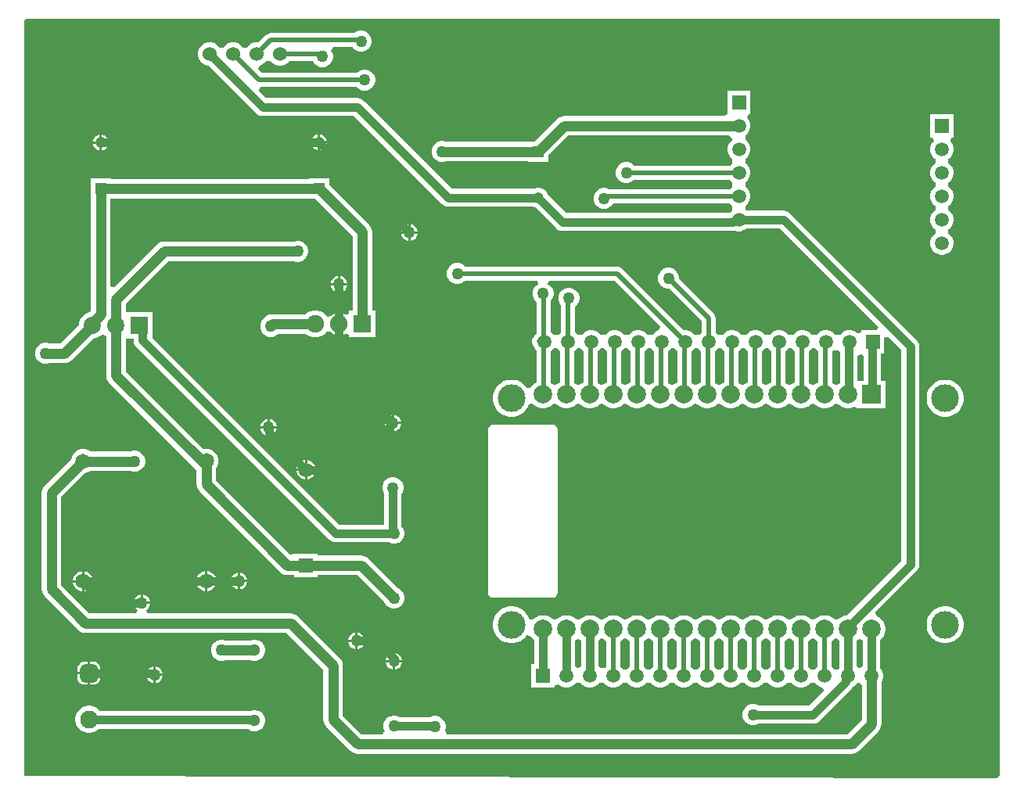
<source format=gbl>
G04*
G04 #@! TF.GenerationSoftware,Altium Limited,Altium Designer,24.5.2 (23)*
G04*
G04 Layer_Physical_Order=2*
G04 Layer_Color=16711680*
%FSLAX44Y44*%
%MOMM*%
G71*
G04*
G04 #@! TF.SameCoordinates,6AB9B958-AD33-4624-B604-30B7BB5DF34D*
G04*
G04*
G04 #@! TF.FilePolarity,Positive*
G04*
G01*
G75*
%ADD38C,1.1000*%
%ADD39C,0.5000*%
%ADD40C,0.9000*%
%ADD41C,1.5300*%
%ADD42C,1.9500*%
G04:AMPARAMS|DCode=43|XSize=1.95mm|YSize=1.95mm|CornerRadius=0.4875mm|HoleSize=0mm|Usage=FLASHONLY|Rotation=270.000|XOffset=0mm|YOffset=0mm|HoleType=Round|Shape=RoundedRectangle|*
%AMROUNDEDRECTD43*
21,1,1.9500,0.9750,0,0,270.0*
21,1,0.9750,1.9500,0,0,270.0*
1,1,0.9750,-0.4875,-0.4875*
1,1,0.9750,-0.4875,0.4875*
1,1,0.9750,0.4875,0.4875*
1,1,0.9750,0.4875,-0.4875*
%
%ADD43ROUNDEDRECTD43*%
%ADD44C,3.0000*%
%ADD45C,2.0000*%
%ADD46R,2.0000X2.0000*%
%ADD47R,1.5000X1.5000*%
%ADD48C,1.5000*%
%ADD49C,1.9100*%
%ADD50R,1.9100X1.9100*%
%ADD51C,1.6500*%
%ADD52C,1.5900*%
%ADD53R,1.5900X1.5900*%
%ADD54C,1.3000*%
%ADD55C,1.2580*%
%ADD56C,1.2000*%
%ADD57R,1.2000X1.2000*%
%ADD58R,1.5000X1.5000*%
%ADD59R,1.8600X1.8600*%
%ADD60C,1.8600*%
%ADD61C,1.2700*%
G36*
X1054100Y-978D02*
X1051268Y-3803D01*
X-1270Y-1270D01*
Y816610D01*
X0Y817880D01*
X1054100D01*
Y-978D01*
D02*
G37*
%LPC*%
G36*
X364714Y805100D02*
X361726D01*
X358839Y804326D01*
X356251Y802832D01*
X355913Y802495D01*
X265340D01*
X263382Y802237D01*
X261558Y801481D01*
X259991Y800279D01*
X252081Y792370D01*
X251855Y792430D01*
X248525D01*
X245307Y791568D01*
X242423Y789902D01*
X240068Y787547D01*
X239799Y787083D01*
X235181D01*
X234912Y787547D01*
X232557Y789902D01*
X229673Y791568D01*
X226455Y792430D01*
X223125D01*
X219907Y791568D01*
X217023Y789902D01*
X214667Y787547D01*
X214399Y787083D01*
X209781D01*
X209513Y787547D01*
X207157Y789902D01*
X204273Y791568D01*
X201055Y792430D01*
X197725D01*
X194507Y791568D01*
X191623Y789902D01*
X189268Y787547D01*
X187602Y784663D01*
X186740Y781445D01*
Y778115D01*
X187602Y774897D01*
X189268Y772013D01*
X191623Y769658D01*
X194507Y767992D01*
X197725Y767130D01*
X198489D01*
X249764Y715854D01*
X251749Y714332D01*
X254060Y713374D01*
X256540Y713048D01*
X355441D01*
X450894Y617595D01*
X452879Y616072D01*
X455190Y615115D01*
X457670Y614788D01*
X549586D01*
X550744Y614120D01*
X552035Y613774D01*
X574415Y591395D01*
X576399Y589872D01*
X578710Y588914D01*
X581190Y588588D01*
X765377D01*
X767857Y588914D01*
X767868Y588919D01*
X770514Y588210D01*
X773806D01*
X776985Y589062D01*
X779835Y590708D01*
X780256Y591128D01*
X816451D01*
X922754Y484826D01*
X921223Y481130D01*
X904440D01*
Y478967D01*
X900440Y477408D01*
X899215Y478633D01*
X896365Y480278D01*
X893186Y481130D01*
X889894D01*
X886715Y480278D01*
X883865Y478633D01*
X881537Y476305D01*
X881149Y475633D01*
X876531D01*
X876143Y476305D01*
X873815Y478633D01*
X870965Y480278D01*
X867786Y481130D01*
X864494D01*
X861315Y480278D01*
X858465Y478633D01*
X856137Y476305D01*
X855749Y475633D01*
X851131D01*
X850742Y476305D01*
X848415Y478633D01*
X845565Y480278D01*
X842386Y481130D01*
X839094D01*
X835915Y480278D01*
X833065Y478633D01*
X830738Y476305D01*
X830349Y475633D01*
X825731D01*
X825342Y476305D01*
X823015Y478633D01*
X820165Y480278D01*
X816986Y481130D01*
X813694D01*
X810515Y480278D01*
X807665Y478633D01*
X805338Y476305D01*
X804949Y475633D01*
X800331D01*
X799942Y476305D01*
X797615Y478633D01*
X794765Y480278D01*
X791586Y481130D01*
X788294D01*
X785115Y480278D01*
X782265Y478633D01*
X779938Y476305D01*
X779549Y475633D01*
X774931D01*
X774542Y476305D01*
X772215Y478633D01*
X769365Y480278D01*
X766186Y481130D01*
X762894D01*
X759715Y480278D01*
X756865Y478633D01*
X754538Y476305D01*
X754149Y475633D01*
X749531D01*
X749143Y476305D01*
X746815Y478633D01*
X746705Y478696D01*
Y494030D01*
X746447Y495988D01*
X745691Y497812D01*
X744489Y499379D01*
X707310Y536558D01*
Y538704D01*
X706536Y541591D01*
X705042Y544179D01*
X702929Y546292D01*
X700341Y547786D01*
X697454Y548560D01*
X694466D01*
X691579Y547786D01*
X688991Y546292D01*
X686878Y544179D01*
X685384Y541591D01*
X684610Y538704D01*
Y535716D01*
X685384Y532829D01*
X686878Y530241D01*
X688991Y528128D01*
X691579Y526633D01*
X694466Y525860D01*
X696612D01*
X731575Y490897D01*
Y478696D01*
X731465Y478633D01*
X729137Y476305D01*
X728749Y475633D01*
X724131D01*
X723743Y476305D01*
X721415Y478633D01*
X718565Y480278D01*
X715386Y481130D01*
X712094D01*
X711971Y481097D01*
X645429Y547639D01*
X643862Y548841D01*
X642038Y549597D01*
X640080Y549855D01*
X475847D01*
X474329Y551372D01*
X471741Y552867D01*
X468854Y553640D01*
X465866D01*
X462979Y552867D01*
X460391Y551372D01*
X458278Y549259D01*
X456783Y546671D01*
X456010Y543784D01*
Y540796D01*
X456783Y537909D01*
X458278Y535321D01*
X460391Y533208D01*
X462979Y531713D01*
X465866Y530940D01*
X468854D01*
X471741Y531713D01*
X474329Y533208D01*
X475847Y534725D01*
X553662D01*
X554734Y530725D01*
X553101Y529782D01*
X550988Y527669D01*
X549493Y525081D01*
X548720Y522194D01*
Y519206D01*
X549493Y516319D01*
X550988Y513731D01*
X553101Y511618D01*
X553140Y511595D01*
Y478108D01*
X551338Y476305D01*
X550429Y474731D01*
X550276Y474614D01*
X549074Y473047D01*
X548318Y471223D01*
X548060Y469265D01*
X548318Y467307D01*
X549074Y465483D01*
X549333Y465145D01*
X549692Y463805D01*
X551338Y460955D01*
X553140Y459152D01*
Y424846D01*
X552965Y424773D01*
X550508Y423131D01*
X548419Y421042D01*
X546777Y418585D01*
X542380Y418421D01*
X541305Y420029D01*
X538520Y422815D01*
X535244Y425004D01*
X531604Y426511D01*
X527740Y427280D01*
X523801D01*
X519937Y426511D01*
X516297Y425004D01*
X513021Y422815D01*
X510235Y420029D01*
X508047Y416753D01*
X506539Y413114D01*
X505770Y409250D01*
Y405310D01*
X506539Y401446D01*
X508047Y397806D01*
X510235Y394531D01*
X513021Y391745D01*
X516297Y389556D01*
X519937Y388048D01*
X523801Y387280D01*
X527740D01*
X531604Y388048D01*
X535244Y389556D01*
X538520Y391745D01*
X541305Y394531D01*
X543494Y397806D01*
X544589Y400450D01*
X546892Y401333D01*
X547082Y401365D01*
X549049Y401288D01*
X550508Y399829D01*
X552965Y398187D01*
X555695Y397057D01*
X558593Y396480D01*
X561547D01*
X564445Y397057D01*
X567175Y398187D01*
X569632Y399829D01*
X570095Y400292D01*
X572770Y401460D01*
X575445Y400292D01*
X575908Y399829D01*
X578365Y398187D01*
X581095Y397057D01*
X583993Y396480D01*
X586947D01*
X589845Y397057D01*
X592575Y398187D01*
X595032Y399829D01*
X595495Y400292D01*
X598170Y401460D01*
X600845Y400292D01*
X601308Y399829D01*
X603765Y398187D01*
X606495Y397057D01*
X609393Y396480D01*
X612347D01*
X615245Y397057D01*
X617975Y398187D01*
X620432Y399829D01*
X620895Y400292D01*
X623570Y401460D01*
X626245Y400292D01*
X626708Y399829D01*
X629165Y398187D01*
X631895Y397057D01*
X634793Y396480D01*
X637747D01*
X640645Y397057D01*
X643375Y398187D01*
X645832Y399829D01*
X646295Y400292D01*
X648970Y401460D01*
X651645Y400292D01*
X652108Y399829D01*
X654565Y398187D01*
X657295Y397057D01*
X660193Y396480D01*
X663147D01*
X666045Y397057D01*
X668775Y398187D01*
X671232Y399829D01*
X671695Y400292D01*
X674370Y401460D01*
X677045Y400292D01*
X677508Y399829D01*
X679965Y398187D01*
X682695Y397057D01*
X685593Y396480D01*
X688547D01*
X691445Y397057D01*
X694175Y398187D01*
X696632Y399829D01*
X697095Y400292D01*
X699770Y401460D01*
X702445Y400292D01*
X702908Y399829D01*
X705365Y398187D01*
X708095Y397057D01*
X710993Y396480D01*
X713947D01*
X716845Y397057D01*
X719575Y398187D01*
X722032Y399829D01*
X722495Y400292D01*
X725170Y401460D01*
X727845Y400292D01*
X728308Y399829D01*
X730765Y398187D01*
X733495Y397057D01*
X736393Y396480D01*
X739347D01*
X742245Y397057D01*
X744975Y398187D01*
X747432Y399829D01*
X747895Y400292D01*
X750570Y401460D01*
X753245Y400292D01*
X753708Y399829D01*
X756165Y398187D01*
X758895Y397057D01*
X761793Y396480D01*
X764747D01*
X767645Y397057D01*
X770375Y398187D01*
X772832Y399829D01*
X773295Y400292D01*
X775970Y401460D01*
X778645Y400292D01*
X779108Y399829D01*
X781565Y398187D01*
X784295Y397057D01*
X787193Y396480D01*
X790147D01*
X793045Y397057D01*
X795775Y398187D01*
X798232Y399829D01*
X798695Y400292D01*
X801370Y401460D01*
X804045Y400292D01*
X804508Y399829D01*
X806965Y398187D01*
X809695Y397057D01*
X812593Y396480D01*
X815547D01*
X818445Y397057D01*
X821175Y398187D01*
X823632Y399829D01*
X824095Y400292D01*
X826770Y401460D01*
X829445Y400292D01*
X829908Y399829D01*
X832365Y398187D01*
X835095Y397057D01*
X837993Y396480D01*
X840947D01*
X843845Y397057D01*
X846575Y398187D01*
X849032Y399829D01*
X849495Y400292D01*
X852170Y401460D01*
X854845Y400292D01*
X855308Y399829D01*
X857765Y398187D01*
X860495Y397057D01*
X863393Y396480D01*
X866347D01*
X869245Y397057D01*
X871975Y398187D01*
X874432Y399829D01*
X874895Y400292D01*
X877570Y401460D01*
X880245Y400292D01*
X880708Y399829D01*
X883165Y398187D01*
X885895Y397057D01*
X888793Y396480D01*
X891747D01*
X894645Y397057D01*
X896670Y397895D01*
X900670Y396480D01*
Y396480D01*
X930670D01*
Y426480D01*
X925887D01*
Y456130D01*
X929440D01*
Y472913D01*
X933136Y474444D01*
X947998Y459581D01*
Y230936D01*
X889542Y172480D01*
X888793D01*
X885895Y171903D01*
X883165Y170773D01*
X880708Y169131D01*
X880245Y168668D01*
X877570Y167500D01*
X874895Y168668D01*
X874432Y169131D01*
X871975Y170773D01*
X869245Y171903D01*
X866347Y172480D01*
X863393D01*
X860495Y171903D01*
X857765Y170773D01*
X855308Y169131D01*
X854845Y168668D01*
X852170Y167500D01*
X849495Y168668D01*
X849032Y169131D01*
X846575Y170773D01*
X843845Y171903D01*
X840947Y172480D01*
X837993D01*
X835095Y171903D01*
X832365Y170773D01*
X829908Y169131D01*
X829445Y168668D01*
X826770Y167500D01*
X824095Y168668D01*
X823632Y169131D01*
X821175Y170773D01*
X818445Y171903D01*
X815547Y172480D01*
X812593D01*
X809695Y171903D01*
X806965Y170773D01*
X804508Y169131D01*
X804045Y168668D01*
X801370Y167500D01*
X798695Y168668D01*
X798232Y169131D01*
X795775Y170773D01*
X793045Y171903D01*
X790147Y172480D01*
X787193D01*
X784295Y171903D01*
X781565Y170773D01*
X779108Y169131D01*
X778645Y168668D01*
X775970Y167500D01*
X773295Y168668D01*
X772832Y169131D01*
X770375Y170773D01*
X767645Y171903D01*
X764747Y172480D01*
X761793D01*
X758895Y171903D01*
X756165Y170773D01*
X753708Y169131D01*
X753245Y168668D01*
X750570Y167500D01*
X747895Y168668D01*
X747432Y169131D01*
X744975Y170773D01*
X742245Y171903D01*
X739347Y172480D01*
X736393D01*
X733495Y171903D01*
X730765Y170773D01*
X728308Y169131D01*
X727845Y168668D01*
X725170Y167500D01*
X722495Y168668D01*
X722032Y169131D01*
X719575Y170773D01*
X716845Y171903D01*
X713947Y172480D01*
X710993D01*
X708095Y171903D01*
X705365Y170773D01*
X702908Y169131D01*
X702445Y168668D01*
X699770Y167500D01*
X697095Y168668D01*
X696632Y169131D01*
X694175Y170773D01*
X691445Y171903D01*
X688547Y172480D01*
X685593D01*
X682695Y171903D01*
X679965Y170773D01*
X677508Y169131D01*
X677045Y168668D01*
X674370Y167500D01*
X671695Y168668D01*
X671232Y169131D01*
X668775Y170773D01*
X666045Y171903D01*
X663147Y172480D01*
X660193D01*
X657295Y171903D01*
X654565Y170773D01*
X652108Y169131D01*
X651645Y168668D01*
X648970Y167500D01*
X646295Y168668D01*
X645832Y169131D01*
X643375Y170773D01*
X640645Y171903D01*
X637747Y172480D01*
X634793D01*
X631895Y171903D01*
X629165Y170773D01*
X626708Y169131D01*
X626245Y168668D01*
X623570Y167500D01*
X620895Y168668D01*
X620432Y169131D01*
X617975Y170773D01*
X615245Y171903D01*
X612347Y172480D01*
X609393D01*
X606495Y171903D01*
X603765Y170773D01*
X601308Y169131D01*
X600845Y168668D01*
X598170Y167500D01*
X595495Y168668D01*
X595032Y169131D01*
X592575Y170773D01*
X589845Y171903D01*
X586947Y172480D01*
X583993D01*
X581095Y171903D01*
X578365Y170773D01*
X575908Y169131D01*
X575445Y168668D01*
X572770Y167500D01*
X570095Y168668D01*
X569632Y169131D01*
X567175Y170773D01*
X564445Y171903D01*
X561547Y172480D01*
X558593D01*
X555695Y171903D01*
X552965Y170773D01*
X550508Y169131D01*
X549132Y167755D01*
X546454Y167923D01*
X544717Y168701D01*
X543494Y171654D01*
X541305Y174929D01*
X538520Y177715D01*
X535244Y179904D01*
X531604Y181411D01*
X527740Y182180D01*
X523801D01*
X519937Y181411D01*
X516297Y179904D01*
X513021Y177715D01*
X510235Y174929D01*
X508047Y171654D01*
X506539Y168014D01*
X505770Y164150D01*
Y160210D01*
X506539Y156346D01*
X508047Y152706D01*
X510235Y149431D01*
X513021Y146645D01*
X516297Y144456D01*
X519937Y142949D01*
X523801Y142180D01*
X527740D01*
X531604Y142949D01*
X535244Y144456D01*
X538520Y146645D01*
X541305Y149431D01*
X542252Y150847D01*
X546766Y150403D01*
X546777Y150375D01*
X548419Y147918D01*
X550488Y145849D01*
Y119180D01*
X547570D01*
Y94180D01*
X572570D01*
Y96343D01*
X576570Y97902D01*
X577795Y96678D01*
X580645Y95032D01*
X583824Y94180D01*
X587116D01*
X590295Y95032D01*
X593145Y96678D01*
X595472Y99005D01*
X595861Y99677D01*
X600479D01*
X600868Y99005D01*
X603195Y96678D01*
X606045Y95032D01*
X609224Y94180D01*
X612516D01*
X615695Y95032D01*
X618545Y96678D01*
X620872Y99005D01*
X621261Y99677D01*
X625879D01*
X626268Y99005D01*
X628595Y96678D01*
X631445Y95032D01*
X634624Y94180D01*
X637916D01*
X641095Y95032D01*
X643945Y96678D01*
X646273Y99005D01*
X646661Y99677D01*
X651279D01*
X651667Y99005D01*
X653995Y96678D01*
X656845Y95032D01*
X660024Y94180D01*
X663316D01*
X666495Y95032D01*
X669345Y96678D01*
X671673Y99005D01*
X672061Y99677D01*
X676679D01*
X677067Y99005D01*
X679395Y96678D01*
X682245Y95032D01*
X685424Y94180D01*
X688716D01*
X691895Y95032D01*
X694745Y96678D01*
X697073Y99005D01*
X697461Y99677D01*
X702079D01*
X702467Y99005D01*
X704795Y96678D01*
X707645Y95032D01*
X710824Y94180D01*
X714116D01*
X717295Y95032D01*
X720145Y96678D01*
X722473Y99005D01*
X722861Y99677D01*
X727479D01*
X727868Y99005D01*
X730195Y96678D01*
X733045Y95032D01*
X736224Y94180D01*
X739516D01*
X742695Y95032D01*
X745545Y96678D01*
X747872Y99005D01*
X748261Y99677D01*
X752879D01*
X753268Y99005D01*
X755595Y96678D01*
X758445Y95032D01*
X761624Y94180D01*
X764916D01*
X768095Y95032D01*
X770945Y96678D01*
X773272Y99005D01*
X773661Y99677D01*
X778279D01*
X778668Y99005D01*
X780995Y96678D01*
X783845Y95032D01*
X787024Y94180D01*
X790316D01*
X793495Y95032D01*
X796345Y96678D01*
X798672Y99005D01*
X799061Y99677D01*
X803679D01*
X804068Y99005D01*
X806395Y96678D01*
X809245Y95032D01*
X812424Y94180D01*
X815716D01*
X818895Y95032D01*
X821745Y96678D01*
X824072Y99005D01*
X824461Y99677D01*
X829079D01*
X829467Y99005D01*
X831795Y96678D01*
X834645Y95032D01*
X837824Y94180D01*
X841116D01*
X844295Y95032D01*
X847145Y96678D01*
X849473Y99005D01*
X849861Y99677D01*
X854479D01*
X854867Y99005D01*
X857195Y96678D01*
X860045Y95032D01*
X862552Y94360D01*
X863601Y92307D01*
X864029Y90180D01*
X848201Y74352D01*
X793504D01*
X791781Y75346D01*
X788894Y76120D01*
X785906D01*
X783019Y75346D01*
X780431Y73852D01*
X778318Y71739D01*
X776824Y69151D01*
X776050Y66264D01*
Y63276D01*
X776824Y60389D01*
X778318Y57801D01*
X780431Y55688D01*
X783019Y54194D01*
X785906Y53420D01*
X788894D01*
X791781Y54194D01*
X793504Y55188D01*
X852170D01*
X854650Y55514D01*
X856961Y56472D01*
X858945Y57994D01*
X894045Y93095D01*
X895568Y95079D01*
X895691Y95376D01*
X897945Y96678D01*
X900272Y99005D01*
X901756Y99267D01*
X905079Y96323D01*
Y58997D01*
X889693Y43611D01*
X456071D01*
X453761Y47611D01*
X453806Y47689D01*
X454580Y50576D01*
Y53564D01*
X453806Y56451D01*
X452312Y59039D01*
X450199Y61152D01*
X447611Y62646D01*
X444724Y63420D01*
X441736D01*
X438849Y62646D01*
X437611Y61932D01*
X405248D01*
X403138Y63150D01*
X400266Y63920D01*
X397294D01*
X394422Y63150D01*
X391848Y61664D01*
X389746Y59562D01*
X388259Y56988D01*
X387490Y54116D01*
Y51143D01*
X388259Y48272D01*
X388641Y47611D01*
X386395Y43611D01*
X363797D01*
X343331Y64077D01*
Y118110D01*
X342970Y120851D01*
X341912Y123405D01*
X340229Y125599D01*
X340229Y125599D01*
X294509Y171319D01*
X292315Y173002D01*
X289761Y174060D01*
X287020Y174421D01*
X287020Y174421D01*
X131402D01*
X130330Y178421D01*
X131189Y178916D01*
X132844Y180571D01*
X134014Y182599D01*
X134593Y184760D01*
X116867D01*
X117446Y182599D01*
X118616Y180571D01*
X120271Y178916D01*
X121130Y178421D01*
X120058Y174421D01*
X69157D01*
X38531Y205047D01*
Y300413D01*
X63957Y325840D01*
X63974D01*
X67344Y326743D01*
X70366Y328487D01*
X70378Y328499D01*
X113782D01*
X116616Y327740D01*
X119604D01*
X122491Y328513D01*
X125079Y330008D01*
X127192Y332121D01*
X128687Y334709D01*
X129460Y337596D01*
Y340584D01*
X128687Y343471D01*
X127192Y346059D01*
X125079Y348172D01*
X122491Y349666D01*
X119604Y350440D01*
X116616D01*
X113782Y349681D01*
X70378D01*
X70366Y349693D01*
X67344Y351437D01*
X63974Y352340D01*
X60486D01*
X57116Y351437D01*
X54094Y349693D01*
X51627Y347226D01*
X49883Y344204D01*
X48980Y340834D01*
Y340817D01*
X20451Y312289D01*
X18768Y310095D01*
X17710Y307541D01*
X17349Y304800D01*
X17349Y304800D01*
Y200660D01*
X17349Y200660D01*
X17710Y197919D01*
X18768Y195365D01*
X20451Y193171D01*
X57281Y156341D01*
X59475Y154658D01*
X62029Y153600D01*
X64770Y153239D01*
X64770Y153239D01*
X282633D01*
X322149Y113723D01*
Y59690D01*
X322149Y59690D01*
X322510Y56949D01*
X323568Y54395D01*
X325251Y52201D01*
X351921Y25531D01*
X351921Y25531D01*
X354115Y23848D01*
X356669Y22790D01*
X359410Y22429D01*
X894080D01*
X894080Y22429D01*
X896821Y22790D01*
X899375Y23848D01*
X901569Y25531D01*
X923159Y47121D01*
X923159Y47121D01*
X924842Y49315D01*
X925900Y51869D01*
X926261Y54610D01*
X926261Y54610D01*
Y100023D01*
X927318Y101855D01*
X928170Y105034D01*
Y108326D01*
X927318Y111505D01*
X925673Y114355D01*
X925252Y114776D01*
Y145849D01*
X927321Y147918D01*
X928963Y150375D01*
X930094Y153105D01*
X930670Y156003D01*
Y158957D01*
X930094Y161855D01*
X928963Y164585D01*
X927321Y167042D01*
X925232Y169131D01*
X922775Y170773D01*
X921232Y171412D01*
X920102Y174634D01*
X920129Y175965D01*
X964355Y220192D01*
X965878Y222176D01*
X966835Y224487D01*
X967162Y226967D01*
Y463550D01*
X966835Y466030D01*
X965878Y468341D01*
X964355Y470326D01*
X827195Y607485D01*
X825211Y609008D01*
X822900Y609966D01*
X820420Y610292D01*
X780256D01*
X779835Y610713D01*
X779163Y611101D01*
Y615719D01*
X779835Y616107D01*
X782162Y618435D01*
X783808Y621285D01*
X784660Y624464D01*
Y627756D01*
X783808Y630935D01*
X782162Y633785D01*
X779835Y636113D01*
X779163Y636501D01*
Y641119D01*
X779835Y641507D01*
X782162Y643835D01*
X783808Y646685D01*
X784660Y649864D01*
Y653156D01*
X783808Y656335D01*
X782162Y659185D01*
X779835Y661513D01*
X779163Y661901D01*
Y666519D01*
X779835Y666908D01*
X782162Y669235D01*
X783808Y672085D01*
X784660Y675264D01*
Y678556D01*
X783808Y681735D01*
X782162Y684585D01*
X779835Y686913D01*
X779163Y687301D01*
Y691919D01*
X779835Y692308D01*
X782162Y694635D01*
X783808Y697485D01*
X784660Y700664D01*
Y703956D01*
X783808Y707135D01*
X782162Y709985D01*
X780938Y711210D01*
X782497Y715210D01*
X784660D01*
Y740210D01*
X759660D01*
Y716901D01*
X759660Y715210D01*
X756617Y712901D01*
X582930D01*
X582930Y712901D01*
X580189Y712540D01*
X577635Y711482D01*
X575441Y709799D01*
X551013Y685370D01*
X543990D01*
Y684961D01*
X455178D01*
X452344Y685720D01*
X449356D01*
X446469Y684947D01*
X443881Y683452D01*
X441768Y681339D01*
X440274Y678751D01*
X439500Y675864D01*
Y672876D01*
X440274Y669989D01*
X441768Y667401D01*
X443881Y665288D01*
X446469Y663793D01*
X449356Y663020D01*
X452344D01*
X455178Y663779D01*
X543990D01*
Y663370D01*
X565990D01*
Y670393D01*
X587317Y691719D01*
X761803D01*
X764747Y688396D01*
X764485Y686912D01*
X762158Y684585D01*
X760512Y681735D01*
X759660Y678556D01*
Y675264D01*
X760512Y672085D01*
X762158Y669235D01*
X764485Y666908D01*
X765157Y666519D01*
Y661901D01*
X764485Y661513D01*
X762158Y659185D01*
X762094Y659075D01*
X658727D01*
X657209Y660592D01*
X654621Y662086D01*
X651734Y662860D01*
X648746D01*
X645859Y662086D01*
X643271Y660592D01*
X641158Y658479D01*
X639664Y655891D01*
X638890Y653004D01*
Y650016D01*
X639664Y647129D01*
X641158Y644541D01*
X643271Y642428D01*
X645859Y640934D01*
X648746Y640160D01*
X651734D01*
X654621Y640934D01*
X657209Y642428D01*
X658727Y643945D01*
X762094D01*
X762158Y643835D01*
X764485Y641507D01*
X765157Y641119D01*
Y636501D01*
X764485Y636113D01*
X762158Y633785D01*
X762094Y633675D01*
X631308D01*
X630491Y634146D01*
X627604Y634920D01*
X624616D01*
X621729Y634146D01*
X619141Y632652D01*
X617028Y630539D01*
X615533Y627951D01*
X614760Y625064D01*
Y622076D01*
X615533Y619189D01*
X617028Y616601D01*
X619141Y614488D01*
X621729Y612994D01*
X624616Y612220D01*
X627604D01*
X630491Y612994D01*
X633079Y614488D01*
X635192Y616601D01*
X636315Y618545D01*
X762094D01*
X762158Y618435D01*
X764485Y616107D01*
X765157Y615719D01*
Y611101D01*
X764485Y610713D01*
X762158Y608385D01*
X761792Y607752D01*
X585159D01*
X565586Y627325D01*
X565240Y628616D01*
X563792Y631124D01*
X561744Y633172D01*
X559236Y634620D01*
X556438Y635370D01*
X553542D01*
X550744Y634620D01*
X549586Y633952D01*
X461639D01*
X366185Y729406D01*
X364201Y730928D01*
X361890Y731886D01*
X359410Y732212D01*
X260509D01*
X252368Y740352D01*
X252411Y740818D01*
X254102Y744275D01*
X358543D01*
X360061Y742758D01*
X362649Y741264D01*
X365536Y740490D01*
X368524D01*
X371411Y741264D01*
X373999Y742758D01*
X376112Y744871D01*
X377607Y747459D01*
X378380Y750346D01*
Y753334D01*
X377607Y756221D01*
X376112Y758809D01*
X373999Y760922D01*
X371411Y762417D01*
X368524Y763190D01*
X365536D01*
X362649Y762417D01*
X360061Y760922D01*
X358543Y759405D01*
X255863D01*
X252055Y763213D01*
X252024Y763829D01*
X253385Y767540D01*
X255073Y767992D01*
X257957Y769658D01*
X260312Y772013D01*
X260581Y772477D01*
X265199D01*
X265467Y772013D01*
X267823Y769658D01*
X270707Y767992D01*
X273925Y767130D01*
X277255D01*
X280473Y767992D01*
X283357Y769658D01*
X285713Y772013D01*
X285830Y772215D01*
X311105D01*
X312228Y770271D01*
X314341Y768158D01*
X316929Y766664D01*
X319816Y765890D01*
X322804D01*
X325691Y766664D01*
X328279Y768158D01*
X330392Y770271D01*
X331886Y772859D01*
X332660Y775746D01*
Y778734D01*
X331886Y781621D01*
X330879Y783365D01*
X331879Y786086D01*
X332893Y787365D01*
X353800D01*
X354138Y786781D01*
X356251Y784668D01*
X358839Y783174D01*
X361726Y782400D01*
X364714D01*
X367601Y783174D01*
X370189Y784668D01*
X372302Y786781D01*
X373797Y789369D01*
X374570Y792256D01*
Y795244D01*
X373797Y798131D01*
X372302Y800719D01*
X370189Y802832D01*
X367601Y804326D01*
X364714Y805100D01*
D02*
G37*
G36*
X318770Y693031D02*
Y685800D01*
X326001D01*
X325458Y687826D01*
X324334Y689774D01*
X322744Y691364D01*
X320796Y692488D01*
X318770Y693031D01*
D02*
G37*
G36*
X316230D02*
X314204Y692488D01*
X312256Y691364D01*
X310666Y689774D01*
X309542Y687826D01*
X308999Y685800D01*
X316230D01*
Y693031D01*
D02*
G37*
G36*
X82550Y692631D02*
Y685400D01*
X89781D01*
X89238Y687427D01*
X88114Y689374D01*
X86524Y690964D01*
X84576Y692088D01*
X82550Y692631D01*
D02*
G37*
G36*
X80010D02*
X77984Y692088D01*
X76036Y690964D01*
X74446Y689374D01*
X73322Y687427D01*
X72779Y685400D01*
X80010D01*
Y692631D01*
D02*
G37*
G36*
X326001Y683260D02*
X318770D01*
Y676029D01*
X320796Y676572D01*
X322744Y677696D01*
X324334Y679286D01*
X325458Y681234D01*
X326001Y683260D01*
D02*
G37*
G36*
X316230D02*
X308999D01*
X309542Y681234D01*
X310666Y679286D01*
X312256Y677696D01*
X314204Y676572D01*
X316230Y676029D01*
Y683260D01*
D02*
G37*
G36*
X89781Y682860D02*
X82550D01*
Y675629D01*
X84576Y676172D01*
X86524Y677297D01*
X88114Y678886D01*
X89238Y680834D01*
X89781Y682860D01*
D02*
G37*
G36*
X80010D02*
X72779D01*
X73322Y680834D01*
X74446Y678886D01*
X76036Y677297D01*
X77984Y676172D01*
X80010Y675629D01*
Y682860D01*
D02*
G37*
G36*
X328500Y645530D02*
X306500D01*
Y644921D01*
X92280D01*
Y645130D01*
X70280D01*
Y623130D01*
X70689D01*
Y502285D01*
X68605Y500200D01*
X66870Y499735D01*
X63610Y497853D01*
X60947Y495190D01*
X59065Y491930D01*
X58090Y488293D01*
Y487087D01*
X37523Y466521D01*
X25918D01*
X23084Y467280D01*
X20096D01*
X17209Y466507D01*
X14621Y465012D01*
X12508Y462899D01*
X11013Y460311D01*
X10240Y457424D01*
Y454436D01*
X11013Y451549D01*
X12508Y448961D01*
X14621Y446848D01*
X17209Y445354D01*
X20096Y444580D01*
X23084D01*
X25918Y445339D01*
X41910D01*
X41910Y445339D01*
X44651Y445700D01*
X47205Y446758D01*
X49399Y448441D01*
X73067Y472110D01*
X74273D01*
X77910Y473085D01*
X81170Y474967D01*
X82499Y476295D01*
X83675Y476703D01*
X87199Y474576D01*
Y432030D01*
X87199Y432030D01*
X87560Y429289D01*
X88618Y426735D01*
X90301Y424541D01*
X184989Y329853D01*
Y314198D01*
X184989Y314198D01*
X185350Y311457D01*
X186408Y308903D01*
X188091Y306709D01*
X275959Y218842D01*
X275959Y218842D01*
X278153Y217159D01*
X280707Y216101D01*
X283448Y215740D01*
X283448Y215740D01*
X290580D01*
Y213380D01*
X316480D01*
Y215740D01*
X359123D01*
X388395Y186468D01*
X389746Y184128D01*
X391848Y182026D01*
X394422Y180539D01*
X397294Y179770D01*
X400266D01*
X403138Y180539D01*
X405712Y182026D01*
X407814Y184128D01*
X409301Y186702D01*
X410070Y189573D01*
Y192546D01*
X409301Y195418D01*
X407814Y197992D01*
X405712Y200094D01*
X403372Y201445D01*
X370998Y233819D01*
X368805Y235502D01*
X366251Y236560D01*
X363510Y236921D01*
X363509Y236921D01*
X316480D01*
Y239280D01*
X290580D01*
Y239280D01*
X286580Y238175D01*
X206171Y318585D01*
Y331172D01*
X206183Y331185D01*
X207927Y334206D01*
X208830Y337576D01*
Y341064D01*
X207927Y344434D01*
X206183Y347456D01*
X203716Y349923D01*
X200694Y351667D01*
X197324Y352570D01*
X193836D01*
X192567Y352230D01*
X108381Y436417D01*
Y468321D01*
X108890Y472110D01*
X117104D01*
Y470214D01*
X117430Y467734D01*
X118388Y465423D01*
X119910Y463439D01*
X329047Y254302D01*
X331031Y252779D01*
X333342Y251822D01*
X335822Y251496D01*
X392766D01*
X394422Y250540D01*
X397294Y249770D01*
X400266D01*
X403138Y250540D01*
X405712Y252026D01*
X407814Y254128D01*
X409301Y256702D01*
X410070Y259574D01*
Y262547D01*
X409301Y265418D01*
X407814Y267992D01*
X407092Y268715D01*
Y304456D01*
X408031Y306082D01*
X408800Y308953D01*
Y311926D01*
X408031Y314798D01*
X406544Y317372D01*
X404442Y319474D01*
X401868Y320960D01*
X398996Y321730D01*
X396024D01*
X393152Y320960D01*
X390578Y319474D01*
X388476Y317372D01*
X386989Y314798D01*
X386220Y311926D01*
Y308953D01*
X386989Y306082D01*
X387928Y304456D01*
Y270660D01*
X339791D01*
X137490Y472961D01*
Y500710D01*
X108890D01*
X108381Y504499D01*
Y509963D01*
X154247Y555829D01*
X290312D01*
X293146Y555070D01*
X296134D01*
X299021Y555844D01*
X301609Y557338D01*
X303722Y559451D01*
X305217Y562039D01*
X305990Y564926D01*
Y567914D01*
X305217Y570801D01*
X303722Y573389D01*
X301609Y575502D01*
X299021Y576996D01*
X296134Y577770D01*
X293146D01*
X290312Y577011D01*
X149860D01*
X149860Y577011D01*
X147119Y576650D01*
X144565Y575592D01*
X142371Y573909D01*
X142371Y573909D01*
X95566Y527104D01*
X91871Y528634D01*
Y623130D01*
X92280D01*
Y623739D01*
X306500D01*
Y623530D01*
X313523D01*
X353999Y583053D01*
Y502230D01*
X350040D01*
Y499485D01*
X347881Y498181D01*
X346040Y497628D01*
X343757Y498946D01*
X340682Y499770D01*
X340360D01*
Y487680D01*
Y475590D01*
X340682D01*
X343757Y476414D01*
X346040Y477732D01*
X347881Y477179D01*
X350040Y475875D01*
Y473130D01*
X379140D01*
Y502230D01*
X375181D01*
Y587440D01*
X375181Y587440D01*
X374820Y590181D01*
X373762Y592735D01*
X372079Y594929D01*
X328500Y638507D01*
Y645530D01*
D02*
G37*
G36*
X416560Y595603D02*
Y588010D01*
X424153D01*
X423574Y590171D01*
X422404Y592199D01*
X420749Y593854D01*
X418721Y595024D01*
X416560Y595603D01*
D02*
G37*
G36*
X414020D02*
X411859Y595024D01*
X409831Y593854D01*
X408176Y592199D01*
X407006Y590171D01*
X406427Y588010D01*
X414020D01*
Y595603D01*
D02*
G37*
G36*
X424153Y585470D02*
X416560D01*
Y577877D01*
X418721Y578456D01*
X420749Y579626D01*
X422404Y581281D01*
X423574Y583309D01*
X424153Y585470D01*
D02*
G37*
G36*
X414020D02*
X406427D01*
X407006Y583309D01*
X408176Y581281D01*
X409831Y579626D01*
X411859Y578456D01*
X414020Y577877D01*
Y585470D01*
D02*
G37*
G36*
X1004370Y714810D02*
X979370D01*
Y689810D01*
X981533D01*
X983092Y685810D01*
X981868Y684585D01*
X980222Y681735D01*
X979370Y678556D01*
Y675264D01*
X980222Y672085D01*
X981868Y669235D01*
X984195Y666908D01*
X984867Y666519D01*
Y661901D01*
X984195Y661513D01*
X981868Y659185D01*
X980222Y656335D01*
X979370Y653156D01*
Y649864D01*
X980222Y646685D01*
X981868Y643835D01*
X984195Y641507D01*
X984867Y641119D01*
Y636501D01*
X984195Y636113D01*
X981868Y633785D01*
X980222Y630935D01*
X979370Y627756D01*
Y624464D01*
X980222Y621285D01*
X981868Y618435D01*
X984195Y616107D01*
X984867Y615719D01*
Y611101D01*
X984195Y610713D01*
X981868Y608385D01*
X980222Y605535D01*
X979370Y602356D01*
Y599064D01*
X980222Y595885D01*
X981868Y593035D01*
X984195Y590708D01*
X984867Y590319D01*
Y585701D01*
X984195Y585312D01*
X981868Y582985D01*
X980222Y580135D01*
X979370Y576956D01*
Y573664D01*
X980222Y570485D01*
X981868Y567635D01*
X984195Y565308D01*
X987045Y563662D01*
X990224Y562810D01*
X993516D01*
X996695Y563662D01*
X999545Y565308D01*
X1001872Y567635D01*
X1003518Y570485D01*
X1004370Y573664D01*
Y576956D01*
X1003518Y580135D01*
X1001872Y582985D01*
X999545Y585312D01*
X998873Y585701D01*
Y590319D01*
X999545Y590708D01*
X1001872Y593035D01*
X1003518Y595885D01*
X1004370Y599064D01*
Y602356D01*
X1003518Y605535D01*
X1001872Y608385D01*
X999545Y610713D01*
X998873Y611101D01*
Y615719D01*
X999545Y616107D01*
X1001872Y618435D01*
X1003518Y621285D01*
X1004370Y624464D01*
Y627756D01*
X1003518Y630935D01*
X1001872Y633785D01*
X999545Y636113D01*
X998873Y636501D01*
Y641119D01*
X999545Y641507D01*
X1001872Y643835D01*
X1003518Y646685D01*
X1004370Y649864D01*
Y653156D01*
X1003518Y656335D01*
X1001872Y659185D01*
X999545Y661513D01*
X998873Y661901D01*
Y666519D01*
X999545Y666908D01*
X1001872Y669235D01*
X1003518Y672085D01*
X1004370Y675264D01*
Y678556D01*
X1003518Y681735D01*
X1001872Y684585D01*
X1000648Y685810D01*
X1002207Y689810D01*
X1004370D01*
Y714810D01*
D02*
G37*
G36*
X340360Y539723D02*
Y532130D01*
X347953D01*
X347374Y534291D01*
X346204Y536319D01*
X344549Y537974D01*
X342521Y539144D01*
X340360Y539723D01*
D02*
G37*
G36*
X337820D02*
X335659Y539144D01*
X333631Y537974D01*
X331976Y536319D01*
X330806Y534291D01*
X330227Y532130D01*
X337820D01*
Y539723D01*
D02*
G37*
G36*
X347953Y529590D02*
X340360D01*
Y521997D01*
X342521Y522576D01*
X344549Y523746D01*
X346204Y525401D01*
X347374Y527429D01*
X347953Y529590D01*
D02*
G37*
G36*
X337820D02*
X330227D01*
X330806Y527429D01*
X331976Y525401D01*
X333631Y523746D01*
X335659Y522576D01*
X337820Y521997D01*
Y529590D01*
D02*
G37*
G36*
X315506Y502230D02*
X311674D01*
X307974Y501238D01*
X304656Y499323D01*
X303604Y498271D01*
X266700D01*
X263959Y497910D01*
X261405Y496852D01*
X259211Y495169D01*
X258504Y494247D01*
X258461Y494222D01*
X256348Y492109D01*
X254853Y489521D01*
X254080Y486634D01*
Y483646D01*
X254853Y480759D01*
X256348Y478171D01*
X258461Y476058D01*
X261049Y474563D01*
X263936Y473790D01*
X266924D01*
X269811Y474563D01*
X272399Y476058D01*
X273431Y477089D01*
X303604D01*
X304656Y476037D01*
X307974Y474122D01*
X311674Y473130D01*
X315506D01*
X319206Y474122D01*
X322524Y476037D01*
X325233Y478746D01*
X325451Y479124D01*
X326863Y479527D01*
X330245Y479427D01*
X331667Y478006D01*
X334423Y476414D01*
X337498Y475590D01*
X337820D01*
Y487680D01*
Y499770D01*
X337498D01*
X334423Y498946D01*
X331667Y497354D01*
X330245Y495933D01*
X326863Y495833D01*
X325451Y496236D01*
X325233Y496614D01*
X322524Y499323D01*
X319206Y501238D01*
X315506Y502230D01*
D02*
G37*
G36*
X997240Y427280D02*
X993300D01*
X989436Y426511D01*
X985797Y425004D01*
X982521Y422815D01*
X979735Y420029D01*
X977546Y416753D01*
X976039Y413114D01*
X975270Y409250D01*
Y405310D01*
X976039Y401446D01*
X977546Y397806D01*
X979735Y394531D01*
X982521Y391745D01*
X985797Y389556D01*
X989436Y388048D01*
X993300Y387280D01*
X997240D01*
X1001104Y388048D01*
X1004744Y389556D01*
X1008019Y391745D01*
X1010805Y394531D01*
X1012994Y397806D01*
X1014501Y401446D01*
X1015270Y405310D01*
Y409250D01*
X1014501Y413114D01*
X1012994Y416753D01*
X1010805Y420029D01*
X1008019Y422815D01*
X1004744Y425004D01*
X1001104Y426511D01*
X997240Y427280D01*
D02*
G37*
G36*
X398780Y389241D02*
Y381710D01*
X406311D01*
X405738Y383848D01*
X404576Y385862D01*
X402932Y387506D01*
X400918Y388668D01*
X398780Y389241D01*
D02*
G37*
G36*
X396240D02*
X394102Y388668D01*
X392088Y387506D01*
X390444Y385862D01*
X389282Y383848D01*
X388709Y381710D01*
X396240D01*
Y389241D01*
D02*
G37*
G36*
X264160Y384783D02*
Y377190D01*
X271753D01*
X271174Y379351D01*
X270004Y381379D01*
X268349Y383034D01*
X266321Y384204D01*
X264160Y384783D01*
D02*
G37*
G36*
X261620D02*
X259459Y384204D01*
X257431Y383034D01*
X255776Y381379D01*
X254606Y379351D01*
X254027Y377190D01*
X261620D01*
Y384783D01*
D02*
G37*
G36*
X406311Y379170D02*
X398780D01*
Y371639D01*
X400918Y372212D01*
X402932Y373374D01*
X404576Y375018D01*
X405738Y377032D01*
X406311Y379170D01*
D02*
G37*
G36*
X396240D02*
X388709D01*
X389282Y377032D01*
X390444Y375018D01*
X392088Y373374D01*
X394102Y372212D01*
X396240Y371639D01*
Y379170D01*
D02*
G37*
G36*
X271753Y374650D02*
X264160D01*
Y367057D01*
X266321Y367636D01*
X268349Y368806D01*
X270004Y370461D01*
X271174Y372489D01*
X271753Y374650D01*
D02*
G37*
G36*
X261620D02*
X254027D01*
X254606Y372489D01*
X255776Y370461D01*
X257431Y368806D01*
X259459Y367636D01*
X261620Y367057D01*
Y374650D01*
D02*
G37*
G36*
X304911Y340420D02*
X304800D01*
Y331200D01*
X314020D01*
Y331311D01*
X313305Y333979D01*
X311924Y336371D01*
X309971Y338324D01*
X307579Y339705D01*
X304911Y340420D01*
D02*
G37*
G36*
X302260D02*
X302149D01*
X299481Y339705D01*
X297089Y338324D01*
X295136Y336371D01*
X293755Y333979D01*
X293040Y331311D01*
Y331200D01*
X302260D01*
Y340420D01*
D02*
G37*
G36*
X314020Y328660D02*
X304800D01*
Y319440D01*
X304911D01*
X307579Y320155D01*
X309971Y321536D01*
X311924Y323489D01*
X313305Y325881D01*
X314020Y328549D01*
Y328660D01*
D02*
G37*
G36*
X302260D02*
X293040D01*
Y328549D01*
X293755Y325881D01*
X295136Y323489D01*
X297089Y321536D01*
X299481Y320155D01*
X302149Y319440D01*
X302260D01*
Y328660D01*
D02*
G37*
G36*
X232410Y218413D02*
Y210820D01*
X240003D01*
X239424Y212981D01*
X238254Y215009D01*
X236599Y216664D01*
X234571Y217834D01*
X232410Y218413D01*
D02*
G37*
G36*
X229870D02*
X227709Y217834D01*
X225681Y216664D01*
X224026Y215009D01*
X222856Y212981D01*
X222277Y210820D01*
X229870D01*
Y218413D01*
D02*
G37*
G36*
X197001Y220110D02*
X196850D01*
Y210590D01*
X206370D01*
Y210740D01*
X205635Y213485D01*
X204214Y215945D01*
X202205Y217954D01*
X199745Y219375D01*
X197001Y220110D01*
D02*
G37*
G36*
X194310D02*
X194160D01*
X191415Y219375D01*
X188955Y217954D01*
X186946Y215945D01*
X185525Y213485D01*
X184790Y210740D01*
Y210590D01*
X194310D01*
Y220110D01*
D02*
G37*
G36*
X63650Y219880D02*
X63500D01*
Y210360D01*
X73020D01*
Y210510D01*
X72285Y213255D01*
X70864Y215715D01*
X68855Y217724D01*
X66395Y219144D01*
X63650Y219880D01*
D02*
G37*
G36*
X60960D02*
X60809D01*
X58065Y219144D01*
X55605Y217724D01*
X53596Y215715D01*
X52175Y213255D01*
X51440Y210510D01*
Y210360D01*
X60960D01*
Y219880D01*
D02*
G37*
G36*
X240003Y208280D02*
X232410D01*
Y200687D01*
X234571Y201266D01*
X236599Y202436D01*
X238254Y204091D01*
X239424Y206119D01*
X240003Y208280D01*
D02*
G37*
G36*
X229870D02*
X222277D01*
X222856Y206119D01*
X224026Y204091D01*
X225681Y202436D01*
X227709Y201266D01*
X229870Y200687D01*
Y208280D01*
D02*
G37*
G36*
X206370Y208050D02*
X196850D01*
Y198530D01*
X197001D01*
X199745Y199265D01*
X202205Y200686D01*
X204214Y202695D01*
X205635Y205155D01*
X206370Y207899D01*
Y208050D01*
D02*
G37*
G36*
X194310D02*
X184790D01*
Y207899D01*
X185525Y205155D01*
X186946Y202695D01*
X188955Y200686D01*
X191415Y199265D01*
X194160Y198530D01*
X194310D01*
Y208050D01*
D02*
G37*
G36*
X73020Y207820D02*
X63500D01*
Y198300D01*
X63650D01*
X66395Y199035D01*
X68855Y200456D01*
X70864Y202465D01*
X72285Y204925D01*
X73020Y207669D01*
Y207820D01*
D02*
G37*
G36*
X60960D02*
X51440D01*
Y207669D01*
X52175Y204925D01*
X53596Y202465D01*
X55605Y200456D01*
X58065Y199035D01*
X60809Y198300D01*
X60960D01*
Y207820D01*
D02*
G37*
G36*
X570670Y378678D02*
X505770D01*
X503819Y378290D01*
X502165Y377185D01*
X501060Y375531D01*
X500672Y373580D01*
Y196680D01*
X501060Y194729D01*
X502165Y193075D01*
X503819Y191970D01*
X505770Y191582D01*
X570670D01*
X572621Y191970D01*
X574275Y193075D01*
X575380Y194729D01*
X575768Y196680D01*
Y373580D01*
X575380Y375531D01*
X574275Y377185D01*
X572621Y378290D01*
X570670Y378678D01*
D02*
G37*
G36*
X127000Y194893D02*
Y187300D01*
X134593D01*
X134014Y189461D01*
X132844Y191489D01*
X131189Y193144D01*
X129161Y194314D01*
X127000Y194893D01*
D02*
G37*
G36*
X124460D02*
X122299Y194314D01*
X120271Y193144D01*
X118616Y191489D01*
X117446Y189461D01*
X116867Y187300D01*
X124460D01*
Y194893D01*
D02*
G37*
G36*
X359410Y153643D02*
Y146050D01*
X367003D01*
X366424Y148211D01*
X365254Y150239D01*
X363599Y151894D01*
X361571Y153064D01*
X359410Y153643D01*
D02*
G37*
G36*
X356870D02*
X354709Y153064D01*
X352681Y151894D01*
X351026Y150239D01*
X349856Y148211D01*
X349277Y146050D01*
X356870D01*
Y153643D01*
D02*
G37*
G36*
X249164Y146120D02*
X246136D01*
X243211Y145336D01*
X242993Y145211D01*
X216418D01*
X213584Y145970D01*
X210596D01*
X207709Y145197D01*
X205121Y143702D01*
X203008Y141589D01*
X201514Y139001D01*
X200740Y136114D01*
Y133126D01*
X201514Y130239D01*
X203008Y127651D01*
X205121Y125538D01*
X207709Y124044D01*
X210596Y123270D01*
X213584D01*
X216418Y124029D01*
X242993D01*
X243211Y123904D01*
X246136Y123120D01*
X249164D01*
X252089Y123904D01*
X254711Y125418D01*
X256852Y127559D01*
X258366Y130181D01*
X259150Y133106D01*
Y136134D01*
X258366Y139059D01*
X256852Y141681D01*
X254711Y143822D01*
X252089Y145336D01*
X249164Y146120D01*
D02*
G37*
G36*
X997240Y182180D02*
X993300D01*
X989436Y181411D01*
X985797Y179904D01*
X982521Y177715D01*
X979735Y174929D01*
X977546Y171654D01*
X976039Y168014D01*
X975270Y164150D01*
Y160210D01*
X976039Y156346D01*
X977546Y152706D01*
X979735Y149431D01*
X982521Y146645D01*
X985797Y144456D01*
X989436Y142949D01*
X993300Y142180D01*
X997240D01*
X1001104Y142949D01*
X1004744Y144456D01*
X1008019Y146645D01*
X1010805Y149431D01*
X1012994Y152706D01*
X1014501Y156346D01*
X1015270Y160210D01*
Y164150D01*
X1014501Y168014D01*
X1012994Y171654D01*
X1010805Y174929D01*
X1008019Y177715D01*
X1004744Y179904D01*
X1001104Y181411D01*
X997240Y182180D01*
D02*
G37*
G36*
X367003Y143510D02*
X359410D01*
Y135917D01*
X361571Y136496D01*
X363599Y137666D01*
X365254Y139321D01*
X366424Y141349D01*
X367003Y143510D01*
D02*
G37*
G36*
X356870D02*
X349277D01*
X349856Y141349D01*
X351026Y139321D01*
X352681Y137666D01*
X354709Y136496D01*
X356870Y135917D01*
Y143510D01*
D02*
G37*
G36*
X400050Y131431D02*
Y123900D01*
X407581D01*
X407008Y126038D01*
X405846Y128052D01*
X404202Y129696D01*
X402188Y130858D01*
X400050Y131431D01*
D02*
G37*
G36*
X397510D02*
X395372Y130858D01*
X393358Y129696D01*
X391714Y128052D01*
X390552Y126038D01*
X389979Y123900D01*
X397510D01*
Y131431D01*
D02*
G37*
G36*
X407581Y121360D02*
X400050D01*
Y113829D01*
X402188Y114402D01*
X404202Y115564D01*
X405846Y117208D01*
X407008Y119222D01*
X407581Y121360D01*
D02*
G37*
G36*
X397510D02*
X389979D01*
X390552Y119222D01*
X391714Y117208D01*
X393358Y115564D01*
X395372Y114402D01*
X397510Y113829D01*
Y121360D01*
D02*
G37*
G36*
X73455Y122044D02*
X69850D01*
Y110960D01*
X80934D01*
Y114565D01*
X80679Y116501D01*
X79932Y118304D01*
X78743Y119853D01*
X77194Y121042D01*
X75391Y121789D01*
X73455Y122044D01*
D02*
G37*
G36*
X67310D02*
X63705D01*
X61769Y121789D01*
X59966Y121042D01*
X58417Y119853D01*
X57228Y118304D01*
X56481Y116501D01*
X56226Y114565D01*
Y110960D01*
X67310D01*
Y122044D01*
D02*
G37*
G36*
X140970Y116813D02*
Y109220D01*
X148563D01*
X147984Y111381D01*
X146814Y113409D01*
X145159Y115064D01*
X143131Y116234D01*
X140970Y116813D01*
D02*
G37*
G36*
X138430D02*
X136269Y116234D01*
X134241Y115064D01*
X132586Y113409D01*
X131416Y111381D01*
X130837Y109220D01*
X138430D01*
Y116813D01*
D02*
G37*
G36*
X148563Y106680D02*
X140970D01*
Y99087D01*
X143131Y99666D01*
X145159Y100836D01*
X146814Y102491D01*
X147984Y104519D01*
X148563Y106680D01*
D02*
G37*
G36*
X138430D02*
X130837D01*
X131416Y104519D01*
X132586Y102491D01*
X134241Y100836D01*
X136269Y99666D01*
X138430Y99087D01*
Y106680D01*
D02*
G37*
G36*
X80934Y108420D02*
X69850D01*
Y97336D01*
X73455D01*
X75391Y97591D01*
X77194Y98338D01*
X78743Y99527D01*
X79932Y101075D01*
X80679Y102879D01*
X80934Y104815D01*
Y108420D01*
D02*
G37*
G36*
X67310D02*
X56226D01*
Y104815D01*
X56481Y102879D01*
X57228Y101075D01*
X58417Y99527D01*
X59966Y98338D01*
X61769Y97591D01*
X63705Y97336D01*
X67310D01*
Y108420D01*
D02*
G37*
G36*
X70033Y74440D02*
X67127D01*
X64278Y73873D01*
X61593Y72761D01*
X59177Y71147D01*
X57123Y69093D01*
X55509Y66677D01*
X54397Y63992D01*
X53830Y61143D01*
Y58237D01*
X54397Y55388D01*
X55509Y52703D01*
X57123Y50287D01*
X59177Y48233D01*
X61593Y46619D01*
X64278Y45507D01*
X67127Y44940D01*
X70033D01*
X72882Y45507D01*
X75567Y46619D01*
X77983Y48233D01*
X79223Y49473D01*
X240333D01*
X240589Y49218D01*
X243211Y47704D01*
X246136Y46920D01*
X249164D01*
X252089Y47704D01*
X254711Y49218D01*
X256852Y51359D01*
X258366Y53981D01*
X259150Y56906D01*
Y59934D01*
X258366Y62859D01*
X256852Y65481D01*
X254711Y67622D01*
X252089Y69136D01*
X249164Y69920D01*
X246136D01*
X243211Y69136D01*
X242346Y68637D01*
X80342D01*
X80037Y69093D01*
X77983Y71147D01*
X75567Y72761D01*
X72882Y73873D01*
X70033Y74440D01*
D02*
G37*
%LPD*%
G36*
X686587Y485085D02*
X686609Y484255D01*
X685267Y480748D01*
X683515Y480278D01*
X680665Y478633D01*
X678337Y476305D01*
X677949Y475633D01*
X673331D01*
X672943Y476305D01*
X670615Y478633D01*
X667765Y480278D01*
X664586Y481130D01*
X661294D01*
X658115Y480278D01*
X655265Y478633D01*
X652937Y476305D01*
X652549Y475633D01*
X647931D01*
X647542Y476305D01*
X645215Y478633D01*
X642365Y480278D01*
X639186Y481130D01*
X635894D01*
X632715Y480278D01*
X629865Y478633D01*
X627537Y476305D01*
X627149Y475633D01*
X622531D01*
X622142Y476305D01*
X619815Y478633D01*
X616965Y480278D01*
X613786Y481130D01*
X610494D01*
X607315Y480278D01*
X604465Y478633D01*
X602137Y476305D01*
X601749Y475633D01*
X597915D01*
X594940Y478725D01*
Y506515D01*
X594979Y506538D01*
X597092Y508651D01*
X598587Y511239D01*
X599360Y514126D01*
Y517114D01*
X598587Y520001D01*
X597092Y522589D01*
X594979Y524702D01*
X592391Y526197D01*
X589504Y526970D01*
X586516D01*
X583629Y526197D01*
X581041Y524702D01*
X578928Y522589D01*
X577434Y520001D01*
X576660Y517114D01*
Y514126D01*
X577434Y511239D01*
X578928Y508651D01*
X579810Y507768D01*
Y479063D01*
X579065Y478633D01*
X576738Y476305D01*
X576349Y475633D01*
X571731D01*
X571343Y476305D01*
X569015Y478633D01*
X568270Y479063D01*
Y512848D01*
X569152Y513731D01*
X570647Y516319D01*
X571420Y519206D01*
Y522194D01*
X570647Y525081D01*
X569152Y527669D01*
X567039Y529782D01*
X565406Y530725D01*
X566478Y534725D01*
X636947D01*
X686587Y485085D01*
D02*
G37*
G36*
X906676Y453138D02*
X906723Y453076D01*
Y426480D01*
X900670D01*
X900487Y430404D01*
Y452759D01*
X904487Y454768D01*
X906676Y453138D01*
D02*
G37*
G36*
X879783Y459260D02*
X881323Y457699D01*
Y423542D01*
X880708Y423131D01*
X880245Y422668D01*
X877570Y421500D01*
X874895Y422668D01*
X874432Y423131D01*
X873070Y424041D01*
Y458197D01*
X873815Y458628D01*
X874428Y459241D01*
X879286Y459491D01*
X879783Y459260D01*
D02*
G37*
G36*
X857940Y458535D02*
Y424846D01*
X857765Y424773D01*
X855308Y423131D01*
X854845Y422668D01*
X852170Y421500D01*
X849495Y422668D01*
X849032Y423131D01*
X847670Y424041D01*
Y458197D01*
X848415Y458628D01*
X850742Y460955D01*
X851131Y461627D01*
X854966D01*
X857940Y458535D01*
D02*
G37*
G36*
X832540D02*
Y424846D01*
X832365Y424773D01*
X829908Y423131D01*
X829445Y422668D01*
X826770Y421500D01*
X824095Y422668D01*
X823632Y423131D01*
X822270Y424041D01*
Y458197D01*
X823015Y458628D01*
X825342Y460955D01*
X825731Y461627D01*
X829566D01*
X832540Y458535D01*
D02*
G37*
G36*
X807140D02*
Y424846D01*
X806965Y424773D01*
X804508Y423131D01*
X804045Y422668D01*
X801370Y421500D01*
X798695Y422668D01*
X798232Y423131D01*
X796870Y424041D01*
Y458197D01*
X797615Y458628D01*
X799942Y460955D01*
X800331Y461627D01*
X804165D01*
X807140Y458535D01*
D02*
G37*
G36*
X781740D02*
Y424846D01*
X781565Y424773D01*
X779108Y423131D01*
X778645Y422668D01*
X775970Y421500D01*
X773295Y422668D01*
X772832Y423131D01*
X771470Y424041D01*
Y458197D01*
X772215Y458628D01*
X774542Y460955D01*
X774931Y461627D01*
X778765D01*
X781740Y458535D01*
D02*
G37*
G36*
X756340D02*
Y424846D01*
X756165Y424773D01*
X753708Y423131D01*
X753245Y422668D01*
X750570Y421500D01*
X747895Y422668D01*
X747432Y423131D01*
X746070Y424041D01*
Y458197D01*
X746815Y458628D01*
X749143Y460955D01*
X749531Y461627D01*
X753365D01*
X756340Y458535D01*
D02*
G37*
G36*
X730940D02*
Y424846D01*
X730765Y424773D01*
X728308Y423131D01*
X727845Y422668D01*
X725170Y421500D01*
X722495Y422668D01*
X722032Y423131D01*
X720670Y424041D01*
Y458197D01*
X721415Y458628D01*
X723743Y460955D01*
X724131Y461627D01*
X727965D01*
X730940Y458535D01*
D02*
G37*
G36*
X705540D02*
Y424846D01*
X705365Y424773D01*
X702908Y423131D01*
X702445Y422668D01*
X699770Y421500D01*
X697095Y422668D01*
X696632Y423131D01*
X695270Y424041D01*
Y458197D01*
X696015Y458628D01*
X698343Y460955D01*
X698731Y461627D01*
X702566D01*
X705540Y458535D01*
D02*
G37*
G36*
X680140D02*
Y424846D01*
X679965Y424773D01*
X677508Y423131D01*
X677045Y422668D01*
X674370Y421500D01*
X671695Y422668D01*
X671232Y423131D01*
X669870Y424041D01*
Y458197D01*
X670615Y458628D01*
X672943Y460955D01*
X673331Y461627D01*
X677166D01*
X680140Y458535D01*
D02*
G37*
G36*
X654740D02*
Y424846D01*
X654565Y424773D01*
X652108Y423131D01*
X651645Y422668D01*
X648970Y421500D01*
X646295Y422668D01*
X645832Y423131D01*
X644470Y424041D01*
Y458197D01*
X645215Y458628D01*
X647542Y460955D01*
X647931Y461627D01*
X651766D01*
X654740Y458535D01*
D02*
G37*
G36*
X629340D02*
Y424846D01*
X629165Y424773D01*
X626708Y423131D01*
X626245Y422668D01*
X623570Y421500D01*
X620895Y422668D01*
X620432Y423131D01*
X619070Y424041D01*
Y458197D01*
X619815Y458628D01*
X622142Y460955D01*
X622531Y461627D01*
X626366D01*
X629340Y458535D01*
D02*
G37*
G36*
X603940D02*
Y424846D01*
X603765Y424773D01*
X601308Y423131D01*
X600845Y422668D01*
X598170Y421500D01*
X595495Y422668D01*
X595032Y423131D01*
X593670Y424041D01*
Y458197D01*
X594415Y458628D01*
X596743Y460955D01*
X597131Y461627D01*
X600965D01*
X603940Y458535D01*
D02*
G37*
G36*
X578540D02*
Y424846D01*
X578365Y424773D01*
X575908Y423131D01*
X575445Y422668D01*
X572770Y421500D01*
X570095Y422668D01*
X569632Y423131D01*
X568270Y424041D01*
Y458197D01*
X569015Y458628D01*
X571343Y460955D01*
X571731Y461627D01*
X575565D01*
X578540Y458535D01*
D02*
G37*
G36*
X906088Y145188D02*
Y116656D01*
X902456Y115186D01*
X901773Y115363D01*
X899852Y117348D01*
Y145188D01*
X902970Y146997D01*
X906088Y145188D01*
D02*
G37*
G36*
X601288D02*
Y116656D01*
X597655Y115186D01*
X596973Y115363D01*
X595052Y117348D01*
Y145188D01*
X598170Y146997D01*
X601288Y145188D01*
D02*
G37*
G36*
X626245Y146292D02*
X626708Y145829D01*
X628705Y144494D01*
Y116746D01*
X628595Y116683D01*
X627299Y115387D01*
X623134Y115166D01*
X622373Y115363D01*
X620452Y117348D01*
Y145371D01*
X623832Y147346D01*
X626245Y146292D01*
D02*
G37*
G36*
X854845D02*
X855308Y145829D01*
X857305Y144494D01*
Y116746D01*
X857195Y116683D01*
X854867Y114355D01*
X854479Y113683D01*
X849861D01*
X849473Y114355D01*
X847145Y116683D01*
X847035Y116746D01*
Y144494D01*
X849032Y145829D01*
X849495Y146292D01*
X852170Y147460D01*
X854845Y146292D01*
D02*
G37*
G36*
X829445D02*
X829908Y145829D01*
X831905Y144494D01*
Y116746D01*
X831795Y116683D01*
X829467Y114355D01*
X829079Y113683D01*
X824461D01*
X824072Y114355D01*
X821745Y116683D01*
X821635Y116746D01*
Y144494D01*
X823632Y145829D01*
X824095Y146292D01*
X826770Y147460D01*
X829445Y146292D01*
D02*
G37*
G36*
X804045D02*
X804508Y145829D01*
X806505Y144494D01*
Y116746D01*
X806395Y116683D01*
X804068Y114355D01*
X803679Y113683D01*
X799061D01*
X798672Y114355D01*
X796345Y116683D01*
X796235Y116746D01*
Y144494D01*
X798232Y145829D01*
X798695Y146292D01*
X801370Y147460D01*
X804045Y146292D01*
D02*
G37*
G36*
X778645D02*
X779108Y145829D01*
X781105Y144494D01*
Y116746D01*
X780995Y116683D01*
X778668Y114355D01*
X778279Y113683D01*
X773661D01*
X773272Y114355D01*
X770945Y116683D01*
X770835Y116746D01*
Y144494D01*
X772832Y145829D01*
X773295Y146292D01*
X775970Y147460D01*
X778645Y146292D01*
D02*
G37*
G36*
X753245D02*
X753708Y145829D01*
X755705Y144494D01*
Y116746D01*
X755595Y116683D01*
X753268Y114355D01*
X752879Y113683D01*
X748261D01*
X747872Y114355D01*
X745545Y116683D01*
X745435Y116746D01*
Y144494D01*
X747432Y145829D01*
X747895Y146292D01*
X750570Y147460D01*
X753245Y146292D01*
D02*
G37*
G36*
X727845D02*
X728308Y145829D01*
X730305Y144494D01*
Y116746D01*
X730195Y116683D01*
X727868Y114355D01*
X727479Y113683D01*
X722861D01*
X722473Y114355D01*
X720145Y116683D01*
X720035Y116746D01*
Y144494D01*
X722032Y145829D01*
X722495Y146292D01*
X725170Y147460D01*
X727845Y146292D01*
D02*
G37*
G36*
X702445D02*
X702908Y145829D01*
X704905Y144494D01*
Y116746D01*
X704795Y116683D01*
X702467Y114355D01*
X702079Y113683D01*
X697461D01*
X697073Y114355D01*
X694745Y116683D01*
X694635Y116746D01*
Y144494D01*
X696632Y145829D01*
X697095Y146292D01*
X699770Y147460D01*
X702445Y146292D01*
D02*
G37*
G36*
X677045D02*
X677508Y145829D01*
X679505Y144494D01*
Y116746D01*
X679395Y116683D01*
X677067Y114355D01*
X676679Y113683D01*
X672061D01*
X671673Y114355D01*
X669345Y116683D01*
X669235Y116746D01*
Y144494D01*
X671232Y145829D01*
X671695Y146292D01*
X674370Y147460D01*
X677045Y146292D01*
D02*
G37*
G36*
X651645D02*
X652108Y145829D01*
X654105Y144494D01*
Y116746D01*
X653995Y116683D01*
X651667Y114355D01*
X651279Y113683D01*
X646661D01*
X646273Y114355D01*
X643945Y116683D01*
X643835Y116746D01*
Y144494D01*
X645832Y145829D01*
X646295Y146292D01*
X648970Y147460D01*
X651645Y146292D01*
D02*
G37*
G36*
X880688Y145371D02*
Y114776D01*
X880267Y114355D01*
X879879Y113683D01*
X875261D01*
X874873Y114355D01*
X872545Y116683D01*
X872435Y116746D01*
Y144494D01*
X874432Y145829D01*
X874895Y146292D01*
X877308Y147346D01*
X880688Y145371D01*
D02*
G37*
D38*
X287020Y163830D02*
X332740Y118110D01*
X27940Y200660D02*
X64770Y163830D01*
X287020D01*
X894080Y33020D02*
X915670Y54610D01*
X359410Y33020D02*
X894080D01*
X332740Y59690D02*
X359410Y33020D01*
X915670Y54610D02*
Y106680D01*
X97790Y486410D02*
Y514350D01*
X149860Y566420D02*
X294640D01*
X97790Y514350D02*
X149860Y566420D01*
X97790Y432030D02*
Y486410D01*
Y432030D02*
X195580Y334240D01*
X364590Y487680D02*
Y587440D01*
X317500Y634530D02*
X364590Y587440D01*
X450850Y674370D02*
X554990D01*
X332740Y59690D02*
Y118110D01*
X27940Y200660D02*
Y304800D01*
X62230Y339090D01*
X363510Y226330D02*
X398780Y191060D01*
X303530Y226330D02*
X363510D01*
X283448D02*
X303530D01*
X212090Y134620D02*
X247650D01*
X195580Y314198D02*
Y334240D01*
Y314198D02*
X283448Y226330D01*
X41910Y455930D02*
X72390Y486410D01*
X21590Y455930D02*
X41910D01*
X266700Y487680D02*
X313590D01*
X62230Y339090D02*
X118110D01*
X72390Y489008D02*
X81280Y497898D01*
Y634130D01*
X81480Y634330D02*
X317300D01*
X582930Y702310D02*
X772160D01*
X554990Y674370D02*
X582930Y702310D01*
D39*
X252730Y751840D02*
X367030D01*
X224790Y779780D02*
X252730Y751840D01*
X316686Y779780D02*
X319226Y777240D01*
X275590Y779780D02*
X316686D01*
X319226Y777240D02*
X321310D01*
X362040Y794930D02*
X363220Y793750D01*
X250190Y779780D02*
X265340Y794930D01*
X362040D01*
X739140Y468630D02*
Y494030D01*
X695960Y537210D02*
X739140Y494030D01*
X738505Y467995D02*
X739140Y468630D01*
X840105Y412115D02*
Y467995D01*
X839470Y411480D02*
X840105Y412115D01*
Y467995D02*
X840740Y468630D01*
X814705Y467995D02*
X815340Y468630D01*
X814705Y412115D02*
Y467995D01*
X814070Y411480D02*
X814705Y412115D01*
X788670Y411480D02*
X789305Y412115D01*
Y467995D02*
X789940Y468630D01*
X789305Y412115D02*
Y467995D01*
X763905Y412115D02*
Y467995D01*
X764540Y468630D01*
X763270Y411480D02*
X763905Y412115D01*
X738505D02*
Y467995D01*
X737870Y411480D02*
X738505Y412115D01*
X712470Y411480D02*
X713105Y412115D01*
Y467995D02*
X713740Y468630D01*
X713105Y412115D02*
Y467995D01*
X687705Y412115D02*
Y467995D01*
X687070Y411480D02*
X687705Y412115D01*
Y467995D02*
X688340Y468630D01*
X662305Y467995D02*
X662940Y468630D01*
X662305Y412115D02*
Y467995D01*
X661670Y411480D02*
X662305Y412115D01*
X636905D02*
Y467995D01*
X637540Y468630D01*
X636270Y411480D02*
X636905Y412115D01*
X611505Y467995D02*
X612140Y468630D01*
X611505Y412115D02*
Y467995D01*
X610870Y411480D02*
X611505Y412115D01*
X586105D02*
Y467995D01*
X586740Y468630D01*
X585470Y411480D02*
X586105Y412115D01*
X560070Y411480D02*
X560705Y412115D01*
Y467995D02*
X561340Y468630D01*
X560705Y412115D02*
Y467995D01*
X864870Y411480D02*
X865505Y412115D01*
Y467995D02*
X866140Y468630D01*
X865505Y412115D02*
Y467995D01*
X864870Y106680D02*
Y157480D01*
X839470Y106680D02*
Y157480D01*
X814070Y106680D02*
Y157480D01*
X788670Y106680D02*
Y157480D01*
X763270Y106680D02*
Y157480D01*
X737870Y106680D02*
Y157480D01*
X712470Y106680D02*
Y157480D01*
X687070Y106680D02*
Y157480D01*
X661670Y106680D02*
Y157480D01*
X636270Y106680D02*
Y157480D01*
X587375Y469265D02*
Y514985D01*
X560705Y469265D02*
Y520065D01*
X467360Y542290D02*
X640080D01*
X713740Y468630D01*
X555625Y469265D02*
X556260Y468630D01*
X627380Y626110D02*
X772160D01*
X650240Y651510D02*
X772160D01*
D40*
X256540Y722630D02*
X359410D01*
X199390Y779780D02*
X256540Y722630D01*
X610870Y106680D02*
Y157480D01*
X585470Y106680D02*
Y157480D01*
X560070Y106680D02*
Y157480D01*
X399060Y52350D02*
X442950D01*
X443230Y52070D01*
X442229D02*
X443230D01*
X398780Y52630D02*
X399060Y52350D01*
X379170Y144780D02*
X398780Y125170D01*
X358140Y144780D02*
X379170D01*
X787400Y64770D02*
X852170D01*
X887270Y99870D01*
Y102056D02*
X890270Y105056D01*
X887270Y99870D02*
Y102056D01*
X890270Y105056D02*
Y159657D01*
X916305Y467995D02*
X916940Y468630D01*
X916305Y412115D02*
Y467995D01*
X915670Y411480D02*
X916305Y412115D01*
X890905Y467995D02*
X891540Y468630D01*
X890905Y412115D02*
Y467995D01*
X890270Y411480D02*
X890905Y412115D01*
X587375Y514985D02*
X588010Y515620D01*
X586740Y468630D02*
X587375Y469265D01*
X560705D02*
X561340Y468630D01*
X560070Y520700D02*
X560705Y520065D01*
X890270Y159657D02*
X957580Y226967D01*
Y463550D01*
X820420Y600710D02*
X957580Y463550D01*
X915670Y106680D02*
Y157480D01*
X85290Y186030D02*
X125730D01*
X62230Y209090D02*
X85290Y186030D01*
X263598Y369862D02*
Y375212D01*
Y369862D02*
X303530Y329930D01*
X262890Y375920D02*
X263598Y375212D01*
X317500Y684530D02*
X415290Y586740D01*
X339090Y487680D02*
Y530860D01*
Y438860D02*
Y487680D01*
X772160Y600710D02*
X820420D01*
X765377Y598170D02*
X766769Y599562D01*
X554990Y624370D02*
X581190Y598170D01*
X771012Y599562D02*
X772160Y600710D01*
X766769Y599562D02*
X771012D01*
X581190Y598170D02*
X765377D01*
X457670Y624370D02*
X554990D01*
X136959Y109690D02*
X138699Y107950D01*
X68580Y109690D02*
X136959D01*
X138699Y107950D02*
X139700D01*
X68580Y59690D02*
X69215Y59055D01*
X247015D02*
X247650Y58420D01*
X69215Y59055D02*
X247015D01*
X398763Y261078D02*
X398780Y261060D01*
X335822Y261078D02*
X398763D01*
X397510Y263299D02*
X398780Y262029D01*
Y261060D02*
Y262029D01*
X397510Y263299D02*
Y310440D01*
X126686Y470214D02*
Y482914D01*
Y470214D02*
X335822Y261078D01*
X123190Y486410D02*
X126686Y482914D01*
X347000Y329930D02*
X397510Y380440D01*
X339090Y438860D02*
X397510Y380440D01*
X195580Y209320D02*
X230910D01*
X231140Y209550D01*
X62345Y209205D02*
X195465D01*
X62230Y209090D02*
X62345Y209205D01*
X195465D02*
X195580Y209320D01*
X359410Y722630D02*
X457670Y624370D01*
X72390Y486410D02*
Y489008D01*
X317300Y634330D02*
X317500Y634530D01*
X81280Y634130D02*
X81480Y634330D01*
X81480Y684330D02*
X317300D01*
X317500Y684530D01*
X81280Y684130D02*
X81480Y684330D01*
X303530Y329930D02*
X347000D01*
D41*
X275590Y779780D02*
D03*
X199390D02*
D03*
X224790D02*
D03*
X250190D02*
D03*
D42*
X68580Y59690D02*
D03*
D43*
Y109690D02*
D03*
D44*
X995270Y407280D02*
D03*
Y162180D02*
D03*
X525770D02*
D03*
Y407280D02*
D03*
D45*
X560070Y157480D02*
D03*
X585470D02*
D03*
X610870D02*
D03*
X636270D02*
D03*
X661670D02*
D03*
X687070D02*
D03*
X712470D02*
D03*
X737870D02*
D03*
X763270D02*
D03*
X788670D02*
D03*
X814070D02*
D03*
X839470D02*
D03*
X864870D02*
D03*
X890270D02*
D03*
X915670D02*
D03*
X560070Y411480D02*
D03*
X585470D02*
D03*
X610870D02*
D03*
X636270D02*
D03*
X661670D02*
D03*
X687070D02*
D03*
X712470D02*
D03*
X737870D02*
D03*
X763270D02*
D03*
X788670D02*
D03*
X814070D02*
D03*
X839470D02*
D03*
X864870D02*
D03*
X890270D02*
D03*
D46*
X915670D02*
D03*
D47*
X916940Y468630D02*
D03*
X560070Y106680D02*
D03*
D48*
X891540Y468630D02*
D03*
X866140D02*
D03*
X840740D02*
D03*
X815340D02*
D03*
X789940D02*
D03*
X764540D02*
D03*
X739140D02*
D03*
X713740D02*
D03*
X688340D02*
D03*
X662940D02*
D03*
X637540D02*
D03*
X612140D02*
D03*
X586740D02*
D03*
X561340D02*
D03*
X991870Y676910D02*
D03*
Y651510D02*
D03*
Y626110D02*
D03*
Y600710D02*
D03*
Y575310D02*
D03*
X772160Y702310D02*
D03*
Y676910D02*
D03*
Y651510D02*
D03*
Y626110D02*
D03*
Y600710D02*
D03*
X915670Y106680D02*
D03*
X890270D02*
D03*
X864870D02*
D03*
X839470D02*
D03*
X814070D02*
D03*
X788670D02*
D03*
X763270D02*
D03*
X737870D02*
D03*
X712470D02*
D03*
X687070D02*
D03*
X661670D02*
D03*
X636270D02*
D03*
X610870D02*
D03*
X585470D02*
D03*
D49*
X313590Y487680D02*
D03*
X339090D02*
D03*
D50*
X364590D02*
D03*
D51*
X195580Y339320D02*
D03*
Y209320D02*
D03*
X62230Y209090D02*
D03*
Y339090D02*
D03*
D52*
X303530Y329930D02*
D03*
D53*
Y226330D02*
D03*
D54*
X247650Y134620D02*
D03*
Y58420D02*
D03*
D55*
X397510Y310440D02*
D03*
Y380440D02*
D03*
X398780Y191060D02*
D03*
Y261060D02*
D03*
Y122630D02*
D03*
Y52630D02*
D03*
D56*
X317500Y684530D02*
D03*
X81280Y684130D02*
D03*
X554990Y624370D02*
D03*
D57*
X317500Y634530D02*
D03*
X81280Y634130D02*
D03*
X554990Y674370D02*
D03*
D58*
X991870Y702310D02*
D03*
X772160Y727710D02*
D03*
D59*
X123190Y486410D02*
D03*
D60*
X97790D02*
D03*
X72390D02*
D03*
D61*
X321310Y777240D02*
D03*
X363220Y793750D02*
D03*
X443230Y52070D02*
D03*
X358140Y144780D02*
D03*
X787400Y64770D02*
D03*
X588010Y515620D02*
D03*
X560070Y520700D02*
D03*
X695960Y537210D02*
D03*
X125730Y186030D02*
D03*
X415290Y586740D02*
D03*
X339090Y530860D02*
D03*
X450850Y674370D02*
D03*
X626110Y623570D02*
D03*
X467360Y542290D02*
D03*
X139700Y107950D02*
D03*
X262890Y375920D02*
D03*
X231140Y209550D02*
D03*
X212090Y134620D02*
D03*
X21590Y455930D02*
D03*
X294640Y566420D02*
D03*
X367030Y751840D02*
D03*
X650240Y651510D02*
D03*
X118110Y339090D02*
D03*
X265430Y485140D02*
D03*
M02*

</source>
